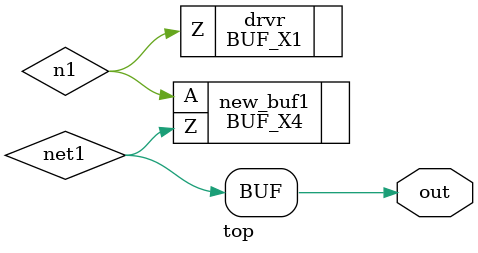
<source format=v>
module top (out);
 output out;

 wire n1;
 wire net1;

 BUF_X1 drvr (.Z(n1));
 BUF_X4 new_buf1 (.A(n1),
    .Z(net1));
 assign out = net1;
endmodule

</source>
